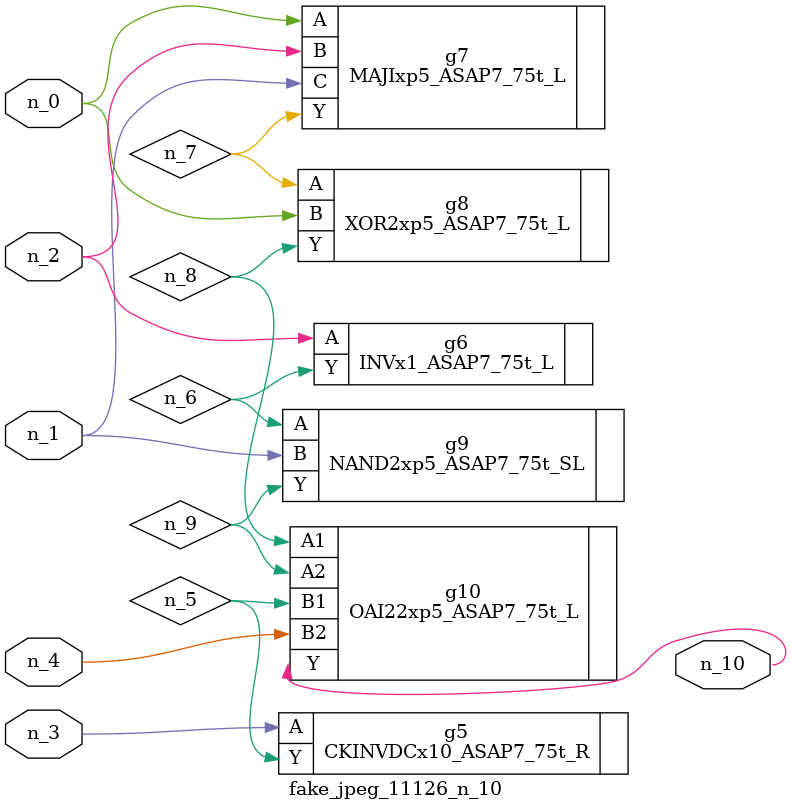
<source format=v>
module fake_jpeg_11126_n_10 (n_3, n_2, n_1, n_0, n_4, n_10);

input n_3;
input n_2;
input n_1;
input n_0;
input n_4;

output n_10;

wire n_8;
wire n_9;
wire n_6;
wire n_5;
wire n_7;

CKINVDCx10_ASAP7_75t_R g5 ( 
.A(n_3),
.Y(n_5)
);

INVx1_ASAP7_75t_L g6 ( 
.A(n_2),
.Y(n_6)
);

MAJIxp5_ASAP7_75t_L g7 ( 
.A(n_0),
.B(n_2),
.C(n_1),
.Y(n_7)
);

XOR2xp5_ASAP7_75t_L g8 ( 
.A(n_7),
.B(n_0),
.Y(n_8)
);

OAI22xp5_ASAP7_75t_L g10 ( 
.A1(n_8),
.A2(n_9),
.B1(n_5),
.B2(n_4),
.Y(n_10)
);

NAND2xp5_ASAP7_75t_SL g9 ( 
.A(n_6),
.B(n_1),
.Y(n_9)
);


endmodule
</source>
